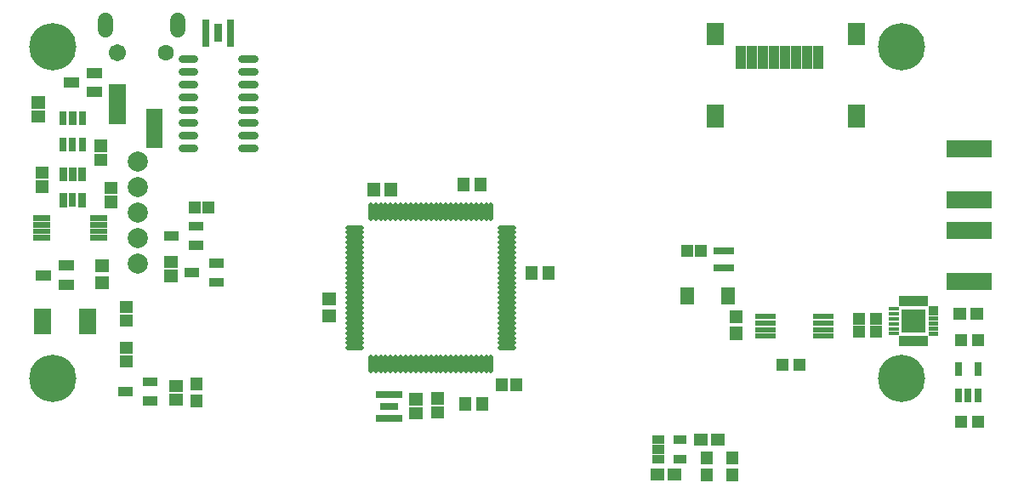
<source format=gbs>
G04 Layer: BottomSolderMaskLayer*
G04 EasyEDA v6.1.34, Wed, 08 May 2019 08:14:30 GMT*
G04 27d5e13cb4324ff6b1947c28adf9976f,88f35c52922c4fbc8d6ac25f651a04fd,10*
G04 Gerber Generator version 0.2*
G04 Scale: 100 percent, Rotated: No, Reflected: No *
G04 Dimensions in millimeters *
G04 leading zeros omitted , absolute positions ,3 integer and 3 decimal *
%FSLAX33Y33*%
%MOMM*%
G90*
G71D02*

%ADD98C,0.803199*%
%ADD99C,1.503197*%
%ADD113R,1.303020X1.203960*%
%ADD120C,2.003196*%
%ADD126C,1.603197*%
%ADD127C,1.703197*%
%ADD129R,1.203198X1.303198*%
%ADD141C,4.703191*%
%ADD142C,0.483210*%
%ADD145R,1.803400X2.603500*%
%ADD148R,0.767080X1.414780*%
%ADD151R,2.006600X0.609600*%
%ADD152R,2.003196X0.703199*%
%ADD153R,1.473200X1.673860*%
%ADD157R,1.303020X1.402080*%
%ADD161R,0.993140X0.462280*%
%ADD163R,0.754380X1.402080*%

%LPD*%
G54D98*
G01X25034Y47980D02*
G01X23834Y47980D01*
G01X25034Y46710D02*
G01X23834Y46710D01*
G01X25034Y45440D02*
G01X23834Y45440D01*
G01X25034Y44170D02*
G01X23834Y44170D01*
G01X25034Y42900D02*
G01X23834Y42900D01*
G01X25034Y41630D02*
G01X23834Y41630D01*
G01X25034Y40360D02*
G01X23834Y40360D01*
G01X25034Y39090D02*
G01X23834Y39090D01*
G01X19091Y47980D02*
G01X17891Y47980D01*
G01X19091Y46710D02*
G01X17891Y46710D01*
G01X19091Y45440D02*
G01X17891Y45440D01*
G01X19091Y44170D02*
G01X17891Y44170D01*
G01X19091Y42900D02*
G01X17891Y42900D01*
G01X19091Y41630D02*
G01X17891Y41630D01*
G01X19091Y40360D02*
G01X17891Y40360D01*
G01X19091Y39090D02*
G01X17891Y39090D01*
G54D142*
G01X48641Y33450D02*
G01X48641Y32081D01*
G01X48141Y33450D02*
G01X48141Y32081D01*
G01X47641Y33450D02*
G01X47641Y32081D01*
G01X47141Y33450D02*
G01X47141Y32081D01*
G01X46641Y33450D02*
G01X46641Y32081D01*
G01X46141Y33450D02*
G01X46141Y32081D01*
G01X45641Y33450D02*
G01X45641Y32081D01*
G01X45141Y33450D02*
G01X45141Y32081D01*
G01X44641Y33450D02*
G01X44641Y32081D01*
G01X44140Y33450D02*
G01X44140Y32081D01*
G01X43641Y33450D02*
G01X43641Y32081D01*
G01X43140Y33450D02*
G01X43140Y32081D01*
G01X42641Y33450D02*
G01X42641Y32081D01*
G01X42140Y33450D02*
G01X42140Y32081D01*
G01X41641Y33450D02*
G01X41641Y32081D01*
G01X41140Y33450D02*
G01X41140Y32081D01*
G01X40641Y33450D02*
G01X40641Y32081D01*
G01X40140Y33450D02*
G01X40140Y32081D01*
G01X39641Y33450D02*
G01X39641Y32081D01*
G01X39140Y33450D02*
G01X39140Y32081D01*
G01X38641Y33450D02*
G01X38641Y32081D01*
G01X38140Y33450D02*
G01X38140Y32081D01*
G01X37641Y33450D02*
G01X37641Y32081D01*
G01X37140Y33450D02*
G01X37140Y32081D01*
G01X36641Y33450D02*
G01X36641Y32081D01*
G01X34356Y31166D02*
G01X35726Y31166D01*
G01X34356Y30666D02*
G01X35726Y30666D01*
G01X34356Y30166D02*
G01X35726Y30166D01*
G01X34356Y29666D02*
G01X35726Y29666D01*
G01X34356Y29166D02*
G01X35726Y29166D01*
G01X34356Y28666D02*
G01X35726Y28666D01*
G01X34356Y28166D02*
G01X35726Y28166D01*
G01X34356Y27666D02*
G01X35726Y27666D01*
G01X34356Y27166D02*
G01X35726Y27166D01*
G01X34356Y26666D02*
G01X35726Y26666D01*
G01X34356Y26166D02*
G01X35726Y26166D01*
G01X34356Y25665D02*
G01X35726Y25665D01*
G01X34356Y25166D02*
G01X35726Y25166D01*
G01X34356Y24665D02*
G01X35726Y24665D01*
G01X34356Y24166D02*
G01X35726Y24166D01*
G01X34356Y23665D02*
G01X35726Y23665D01*
G01X34356Y23166D02*
G01X35726Y23166D01*
G01X34356Y22665D02*
G01X35726Y22665D01*
G01X34356Y22166D02*
G01X35726Y22166D01*
G01X34356Y21665D02*
G01X35726Y21665D01*
G01X34356Y21166D02*
G01X35726Y21166D01*
G01X34356Y20665D02*
G01X35726Y20665D01*
G01X34356Y20166D02*
G01X35726Y20166D01*
G01X34356Y19665D02*
G01X35726Y19665D01*
G01X34356Y19166D02*
G01X35726Y19166D01*
G01X36641Y18251D02*
G01X36641Y16881D01*
G01X37140Y18251D02*
G01X37140Y16881D01*
G01X37641Y18251D02*
G01X37641Y16881D01*
G01X38140Y18251D02*
G01X38140Y16881D01*
G01X38641Y18251D02*
G01X38641Y16881D01*
G01X39140Y18251D02*
G01X39140Y16881D01*
G01X39641Y18251D02*
G01X39641Y16881D01*
G01X40140Y18251D02*
G01X40140Y16881D01*
G01X40641Y18251D02*
G01X40641Y16881D01*
G01X41140Y18251D02*
G01X41140Y16881D01*
G01X41641Y18251D02*
G01X41641Y16881D01*
G01X42140Y18251D02*
G01X42140Y16881D01*
G01X42641Y18251D02*
G01X42641Y16881D01*
G01X43140Y18251D02*
G01X43140Y16881D01*
G01X43641Y18251D02*
G01X43641Y16881D01*
G01X44140Y18251D02*
G01X44140Y16881D01*
G01X44641Y18251D02*
G01X44641Y16881D01*
G01X45141Y18251D02*
G01X45141Y16881D01*
G01X45641Y18251D02*
G01X45641Y16881D01*
G01X46141Y18251D02*
G01X46141Y16881D01*
G01X46641Y18251D02*
G01X46641Y16881D01*
G01X47141Y18251D02*
G01X47141Y16881D01*
G01X47641Y18251D02*
G01X47641Y16881D01*
G01X48141Y18251D02*
G01X48141Y16881D01*
G01X48641Y18251D02*
G01X48641Y16881D01*
G01X49555Y19166D02*
G01X50925Y19166D01*
G01X49555Y19665D02*
G01X50925Y19665D01*
G01X49555Y20166D02*
G01X50925Y20166D01*
G01X49555Y20665D02*
G01X50925Y20665D01*
G01X49555Y21166D02*
G01X50925Y21166D01*
G01X49555Y21665D02*
G01X50925Y21665D01*
G01X49555Y22166D02*
G01X50925Y22166D01*
G01X49555Y22665D02*
G01X50925Y22665D01*
G01X49555Y23166D02*
G01X50925Y23166D01*
G01X49555Y23665D02*
G01X50925Y23665D01*
G01X49555Y24166D02*
G01X50925Y24166D01*
G01X49555Y24665D02*
G01X50925Y24665D01*
G01X49555Y25166D02*
G01X50925Y25166D01*
G01X49555Y25665D02*
G01X50925Y25665D01*
G01X49555Y26166D02*
G01X50925Y26166D01*
G01X49555Y26666D02*
G01X50925Y26666D01*
G01X49555Y27166D02*
G01X50925Y27166D01*
G01X49555Y27666D02*
G01X50925Y27666D01*
G01X49555Y28166D02*
G01X50925Y28166D01*
G01X49555Y28666D02*
G01X50925Y28666D01*
G01X49555Y29166D02*
G01X50925Y29166D01*
G01X49555Y29666D02*
G01X50925Y29666D01*
G01X49555Y30166D02*
G01X50925Y30166D01*
G01X49555Y30666D02*
G01X50925Y30666D01*
G01X49555Y31166D02*
G01X50925Y31166D01*
G54D99*
G01X10223Y50847D02*
G01X10223Y51747D01*
G01X17462Y50847D02*
G01X17462Y51747D01*
G36*
G01X22311Y49194D02*
G01X22311Y51897D01*
G01X23012Y51897D01*
G01X23012Y49194D01*
G01X22311Y49194D01*
G37*
G36*
G01X21112Y49644D02*
G01X21112Y51447D01*
G01X21813Y51447D01*
G01X21813Y49644D01*
G01X21112Y49644D01*
G37*
G36*
G01X19913Y49194D02*
G01X19913Y51897D01*
G01X20614Y51897D01*
G01X20614Y49194D01*
G01X19913Y49194D01*
G37*
G54D145*
G01X8473Y21842D03*
G01X3972Y21842D03*
G36*
G01X8407Y44135D02*
G01X8407Y45145D01*
G01X9880Y45145D01*
G01X9880Y44135D01*
G01X8407Y44135D01*
G37*
G36*
G01X6121Y45100D02*
G01X6121Y46111D01*
G01X7594Y46111D01*
G01X7594Y45100D01*
G01X6121Y45100D01*
G37*
G36*
G01X8407Y46040D02*
G01X8407Y47050D01*
G01X9880Y47050D01*
G01X9880Y46040D01*
G01X8407Y46040D01*
G37*
G36*
G01X5613Y24958D02*
G01X5613Y25968D01*
G01X7086Y25968D01*
G01X7086Y24958D01*
G01X5613Y24958D01*
G37*
G36*
G01X3327Y25923D02*
G01X3327Y26934D01*
G01X4800Y26934D01*
G01X4800Y25923D01*
G01X3327Y25923D01*
G37*
G36*
G01X5613Y26863D02*
G01X5613Y27873D01*
G01X7086Y27873D01*
G01X7086Y26863D01*
G01X5613Y26863D01*
G37*
G36*
G01X3078Y29862D02*
G01X3078Y30416D01*
G01X4732Y30416D01*
G01X4732Y29862D01*
G01X3078Y29862D01*
G37*
G36*
G01X3078Y30513D02*
G01X3078Y31066D01*
G01X4732Y31066D01*
G01X4732Y30513D01*
G01X3078Y30513D01*
G37*
G36*
G01X3078Y31163D02*
G01X3078Y31716D01*
G01X4732Y31716D01*
G01X4732Y31163D01*
G01X3078Y31163D01*
G37*
G36*
G01X3078Y31813D02*
G01X3078Y32367D01*
G01X4732Y32367D01*
G01X4732Y31813D01*
G01X3078Y31813D01*
G37*
G36*
G01X8729Y31813D02*
G01X8729Y32367D01*
G01X10383Y32367D01*
G01X10383Y31813D01*
G01X8729Y31813D01*
G37*
G36*
G01X8729Y31163D02*
G01X8729Y31716D01*
G01X10383Y31716D01*
G01X10383Y31163D01*
G01X8729Y31163D01*
G37*
G36*
G01X8729Y30513D02*
G01X8729Y31066D01*
G01X10383Y31066D01*
G01X10383Y30513D01*
G01X8729Y30513D01*
G37*
G36*
G01X8729Y29862D02*
G01X8729Y30416D01*
G01X10383Y30416D01*
G01X10383Y29862D01*
G01X8729Y29862D01*
G37*
G36*
G01X5661Y35768D02*
G01X5661Y37183D01*
G01X6428Y37183D01*
G01X6428Y35768D01*
G01X5661Y35768D01*
G37*
G36*
G01X6601Y35768D02*
G01X6601Y37183D01*
G01X7368Y37183D01*
G01X7368Y35768D01*
G01X6601Y35768D01*
G37*
G36*
G01X7541Y35768D02*
G01X7541Y37183D01*
G01X8308Y37183D01*
G01X8308Y35768D01*
G01X7541Y35768D01*
G37*
G36*
G01X7541Y33177D02*
G01X7541Y34592D01*
G01X8308Y34592D01*
G01X8308Y33177D01*
G01X7541Y33177D01*
G37*
G36*
G01X5661Y33177D02*
G01X5661Y34592D01*
G01X6428Y34592D01*
G01X6428Y33177D01*
G01X5661Y33177D01*
G37*
G54D148*
G01X6985Y33884D03*
G36*
G01X9204Y25003D02*
G01X9204Y26306D01*
G01X10607Y26306D01*
G01X10607Y25003D01*
G01X9204Y25003D01*
G37*
G36*
G01X9204Y26703D02*
G01X9204Y28006D01*
G01X10607Y28006D01*
G01X10607Y26703D01*
G01X9204Y26703D01*
G37*
G36*
G01X10142Y34516D02*
G01X10142Y35717D01*
G01X11447Y35717D01*
G01X11447Y34516D01*
G01X10142Y34516D01*
G37*
G36*
G01X10142Y33116D02*
G01X10142Y34317D01*
G01X11447Y34317D01*
G01X11447Y33116D01*
G01X10142Y33116D01*
G37*
G36*
G01X3284Y36040D02*
G01X3284Y37241D01*
G01X4589Y37241D01*
G01X4589Y36040D01*
G01X3284Y36040D01*
G37*
G36*
G01X3284Y34640D02*
G01X3284Y35841D01*
G01X4589Y35841D01*
G01X4589Y34640D01*
G01X3284Y34640D01*
G37*
G01X7924Y39470D03*
G01X6985Y39470D03*
G01X6045Y39470D03*
G01X6045Y42061D03*
G01X7924Y42061D03*
G36*
G01X6601Y41353D02*
G01X6601Y42768D01*
G01X7368Y42768D01*
G01X7368Y41353D01*
G01X6601Y41353D01*
G37*
G36*
G01X2903Y43025D02*
G01X2903Y44226D01*
G01X4208Y44226D01*
G01X4208Y43025D01*
G01X2903Y43025D01*
G37*
G36*
G01X2903Y41625D02*
G01X2903Y42826D01*
G01X4208Y42826D01*
G01X4208Y41625D01*
G01X2903Y41625D01*
G37*
G36*
G01X9126Y37307D02*
G01X9126Y38508D01*
G01X10431Y38508D01*
G01X10431Y37307D01*
G01X9126Y37307D01*
G37*
G36*
G01X9126Y38707D02*
G01X9126Y39908D01*
G01X10431Y39908D01*
G01X10431Y38707D01*
G01X9126Y38707D01*
G37*
G36*
G01X14300Y41643D02*
G01X14300Y42989D01*
G01X15925Y42989D01*
G01X15925Y41643D01*
G01X14300Y41643D01*
G37*
G36*
G01X14300Y40347D02*
G01X14300Y41694D01*
G01X15925Y41694D01*
G01X15925Y40347D01*
G01X14300Y40347D01*
G37*
G36*
G01X14300Y39052D02*
G01X14300Y40398D01*
G01X15925Y40398D01*
G01X15925Y39052D01*
G01X14300Y39052D01*
G37*
G36*
G01X10617Y44056D02*
G01X10617Y45402D01*
G01X12242Y45402D01*
G01X12242Y44056D01*
G01X10617Y44056D01*
G37*
G36*
G01X10617Y42760D02*
G01X10617Y44107D01*
G01X12242Y44107D01*
G01X12242Y42760D01*
G01X10617Y42760D01*
G37*
G36*
G01X10617Y41465D02*
G01X10617Y42811D01*
G01X12242Y42811D01*
G01X12242Y41465D01*
G01X10617Y41465D01*
G37*
G54D151*
G01X81711Y22301D03*
G01X81711Y21640D03*
G01X81711Y21005D03*
G01X81711Y20345D03*
G01X75920Y20345D03*
G01X75920Y21005D03*
G01X75920Y21640D03*
G01X75920Y22301D03*
G54D113*
G01X79322Y17526D03*
G01X77646Y17526D03*
G54D152*
G01X71813Y28865D03*
G01X71814Y27166D03*
G54D153*
G01X72263Y24382D03*
G01X68148Y24382D03*
G36*
G01X72423Y21648D02*
G01X72423Y22951D01*
G01X73626Y22951D01*
G01X73626Y21648D01*
G01X72423Y21648D01*
G37*
G36*
G01X72423Y19972D02*
G01X72423Y21275D01*
G01X73626Y21275D01*
G01X73626Y19972D01*
G01X72423Y19972D01*
G37*
G54D129*
G01X69533Y28829D03*
G01X68134Y28829D03*
G36*
G01X80678Y47000D02*
G01X80678Y49212D01*
G01X81681Y49212D01*
G01X81681Y47000D01*
G01X80678Y47000D01*
G37*
G36*
G01X79585Y47000D02*
G01X79585Y49212D01*
G01X80589Y49212D01*
G01X80589Y47000D01*
G01X79585Y47000D01*
G37*
G36*
G01X78468Y47000D02*
G01X78468Y49212D01*
G01X79471Y49212D01*
G01X79471Y47000D01*
G01X78468Y47000D01*
G37*
G36*
G01X77376Y47000D02*
G01X77376Y49212D01*
G01X78379Y49212D01*
G01X78379Y47000D01*
G01X77376Y47000D01*
G37*
G36*
G01X76283Y47000D02*
G01X76283Y49212D01*
G01X77287Y49212D01*
G01X77287Y47000D01*
G01X76283Y47000D01*
G37*
G36*
G01X75166Y47000D02*
G01X75166Y49212D01*
G01X76169Y49212D01*
G01X76169Y47000D01*
G01X75166Y47000D01*
G37*
G36*
G01X74074Y47000D02*
G01X74074Y49212D01*
G01X75077Y49212D01*
G01X75077Y47000D01*
G01X74074Y47000D01*
G37*
G36*
G01X72981Y47000D02*
G01X72981Y49212D01*
G01X73985Y49212D01*
G01X73985Y47000D01*
G01X72981Y47000D01*
G37*
G36*
G01X84162Y49342D02*
G01X84162Y51544D01*
G01X85816Y51544D01*
G01X85816Y49342D01*
G01X84162Y49342D01*
G37*
G36*
G01X70142Y49342D02*
G01X70142Y51544D01*
G01X71795Y51544D01*
G01X71795Y49342D01*
G01X70142Y49342D01*
G37*
G36*
G01X84162Y41163D02*
G01X84162Y43365D01*
G01X85816Y43365D01*
G01X85816Y41163D01*
G01X84162Y41163D01*
G37*
G36*
G01X70142Y41163D02*
G01X70142Y43365D01*
G01X71795Y43365D01*
G01X71795Y41163D01*
G01X70142Y41163D01*
G37*
G36*
G01X64551Y6002D02*
G01X64551Y7205D01*
G01X65854Y7205D01*
G01X65854Y6002D01*
G01X64551Y6002D01*
G37*
G36*
G01X66227Y6002D02*
G01X66227Y7205D01*
G01X67530Y7205D01*
G01X67530Y6002D01*
G01X66227Y6002D01*
G37*
G36*
G01X64645Y7701D02*
G01X64645Y8554D01*
G01X65910Y8554D01*
G01X65910Y7701D01*
G01X64645Y7701D01*
G37*
G36*
G01X64645Y8651D02*
G01X64645Y9504D01*
G01X65910Y9504D01*
G01X65910Y8651D01*
G01X64645Y8651D01*
G37*
G36*
G01X64645Y9601D02*
G01X64645Y10454D01*
G01X65910Y10454D01*
G01X65910Y9601D01*
G01X64645Y9601D01*
G37*
G36*
G01X66845Y9601D02*
G01X66845Y10454D01*
G01X68110Y10454D01*
G01X68110Y9601D01*
G01X66845Y9601D01*
G37*
G36*
G01X66845Y7701D02*
G01X66845Y8554D01*
G01X68110Y8554D01*
G01X68110Y7701D01*
G01X66845Y7701D01*
G37*
G36*
G01X68869Y9431D02*
G01X68869Y10634D01*
G01X70172Y10634D01*
G01X70172Y9431D01*
G01X68869Y9431D01*
G37*
G36*
G01X70545Y9431D02*
G01X70545Y10634D01*
G01X71848Y10634D01*
G01X71848Y9431D01*
G01X70545Y9431D01*
G37*
G36*
G01X69502Y7551D02*
G01X69502Y8854D01*
G01X70705Y8854D01*
G01X70705Y7551D01*
G01X69502Y7551D01*
G37*
G36*
G01X69502Y5875D02*
G01X69502Y7178D01*
G01X70705Y7178D01*
G01X70705Y5875D01*
G01X69502Y5875D01*
G37*
G36*
G01X72042Y7551D02*
G01X72042Y8854D01*
G01X73245Y8854D01*
G01X73245Y7551D01*
G01X72042Y7551D01*
G37*
G36*
G01X72042Y5875D02*
G01X72042Y7178D01*
G01X73245Y7178D01*
G01X73245Y5875D01*
G01X72042Y5875D01*
G37*
G54D157*
G01X47623Y35433D03*
G01X45924Y35433D03*
G01X47750Y13589D03*
G01X46051Y13589D03*
G01X54354Y26670D03*
G01X52655Y26670D03*
G36*
G01X31810Y21701D02*
G01X31810Y23004D01*
G01X33213Y23004D01*
G01X33213Y21701D01*
G01X31810Y21701D01*
G37*
G36*
G01X31810Y23401D02*
G01X31810Y24704D01*
G01X33213Y24704D01*
G01X33213Y23401D01*
G01X31810Y23401D01*
G37*
G36*
G01X36306Y34223D02*
G01X36306Y35626D01*
G01X37609Y35626D01*
G01X37609Y34223D01*
G01X36306Y34223D01*
G37*
G36*
G01X38006Y34223D02*
G01X38006Y35626D01*
G01X39309Y35626D01*
G01X39309Y34223D01*
G01X38006Y34223D01*
G37*
G36*
G01X40495Y12072D02*
G01X40495Y13274D01*
G01X41800Y13274D01*
G01X41800Y12072D01*
G01X40495Y12072D01*
G37*
G36*
G01X40495Y13472D02*
G01X40495Y14673D01*
G01X41800Y14673D01*
G01X41800Y13472D01*
G01X40495Y13472D01*
G37*
G36*
G01X49118Y14841D02*
G01X49118Y16146D01*
G01X50319Y16146D01*
G01X50319Y14841D01*
G01X49118Y14841D01*
G37*
G36*
G01X50518Y14841D02*
G01X50518Y16146D01*
G01X51719Y16146D01*
G01X51719Y14841D01*
G01X50518Y14841D01*
G37*
G36*
G01X42654Y12161D02*
G01X42654Y13362D01*
G01X43959Y13362D01*
G01X43959Y12161D01*
G01X42654Y12161D01*
G37*
G36*
G01X42654Y13561D02*
G01X42654Y14762D01*
G01X43959Y14762D01*
G01X43959Y13561D01*
G01X42654Y13561D01*
G37*
G36*
G01X37129Y14183D02*
G01X37129Y14884D01*
G01X39832Y14884D01*
G01X39832Y14183D01*
G01X37129Y14183D01*
G37*
G36*
G01X37579Y12984D02*
G01X37579Y13685D01*
G01X39382Y13685D01*
G01X39382Y12984D01*
G01X37579Y12984D01*
G37*
G36*
G01X37129Y11785D02*
G01X37129Y12486D01*
G01X39832Y12486D01*
G01X39832Y11785D01*
G01X37129Y11785D01*
G37*
G36*
G01X91691Y19364D02*
G01X91691Y20358D01*
G01X92153Y20358D01*
G01X92153Y19364D01*
G01X91691Y19364D01*
G37*
G36*
G01X91208Y19364D02*
G01X91208Y20358D01*
G01X91671Y20358D01*
G01X91671Y19364D01*
G01X91208Y19364D01*
G37*
G36*
G01X90700Y19364D02*
G01X90700Y20358D01*
G01X91163Y20358D01*
G01X91163Y19364D01*
G01X90700Y19364D01*
G37*
G36*
G01X90192Y19364D02*
G01X90192Y20358D01*
G01X90655Y20358D01*
G01X90655Y19364D01*
G01X90192Y19364D01*
G37*
G36*
G01X89684Y19364D02*
G01X89684Y20358D01*
G01X90147Y20358D01*
G01X90147Y19364D01*
G01X89684Y19364D01*
G37*
G36*
G01X89202Y19364D02*
G01X89202Y20358D01*
G01X89664Y20358D01*
G01X89664Y19364D01*
G01X89202Y19364D01*
G37*
G54D161*
G01X88695Y20599D03*
G01X88695Y21082D03*
G01X88695Y21590D03*
G01X88695Y22098D03*
G01X88695Y22606D03*
G01X88695Y23088D03*
G36*
G01X89202Y23327D02*
G01X89202Y24320D01*
G01X89664Y24320D01*
G01X89664Y23327D01*
G01X89202Y23327D01*
G37*
G36*
G01X89684Y23327D02*
G01X89684Y24320D01*
G01X90147Y24320D01*
G01X90147Y23327D01*
G01X89684Y23327D01*
G37*
G36*
G01X90192Y23327D02*
G01X90192Y24320D01*
G01X90655Y24320D01*
G01X90655Y23327D01*
G01X90192Y23327D01*
G37*
G36*
G01X90700Y23327D02*
G01X90700Y24320D01*
G01X91163Y24320D01*
G01X91163Y23327D01*
G01X90700Y23327D01*
G37*
G36*
G01X91208Y23327D02*
G01X91208Y24320D01*
G01X91671Y24320D01*
G01X91671Y23327D01*
G01X91208Y23327D01*
G37*
G36*
G01X91691Y23327D02*
G01X91691Y24320D01*
G01X92153Y24320D01*
G01X92153Y23327D01*
G01X91691Y23327D01*
G37*
G36*
G01X92161Y22857D02*
G01X92161Y23319D01*
G01X93154Y23319D01*
G01X93154Y22857D01*
G01X92161Y22857D01*
G37*
G36*
G01X92161Y22374D02*
G01X92161Y22837D01*
G01X93154Y22837D01*
G01X93154Y22374D01*
G01X92161Y22374D01*
G37*
G36*
G01X92161Y21866D02*
G01X92161Y22329D01*
G01X93154Y22329D01*
G01X93154Y21866D01*
G01X92161Y21866D01*
G37*
G36*
G01X92161Y21358D02*
G01X92161Y21821D01*
G01X93154Y21821D01*
G01X93154Y21358D01*
G01X92161Y21358D01*
G37*
G36*
G01X92161Y20850D02*
G01X92161Y21313D01*
G01X93154Y21313D01*
G01X93154Y20850D01*
G01X92161Y20850D01*
G37*
G36*
G01X92161Y20368D02*
G01X92161Y20830D01*
G01X93154Y20830D01*
G01X93154Y20368D01*
G01X92161Y20368D01*
G37*
G36*
G01X89501Y20716D02*
G01X89501Y22969D01*
G01X91854Y22969D01*
G01X91854Y20716D01*
G01X89501Y20716D01*
G37*
G54D113*
G01X86942Y22098D03*
G01X85266Y22098D03*
G36*
G01X94650Y22004D02*
G01X94650Y23207D01*
G01X95953Y23207D01*
G01X95953Y22004D01*
G01X94650Y22004D01*
G37*
G36*
G01X96326Y22004D02*
G01X96326Y23207D01*
G01X97629Y23207D01*
G01X97629Y22004D01*
G01X96326Y22004D01*
G37*
G01X86942Y20828D03*
G01X85266Y20828D03*
G54D163*
G01X97077Y14452D03*
G01X96137Y14452D03*
G01X95197Y14452D03*
G01X95197Y17043D03*
G01X97077Y17043D03*
G54D113*
G01X97102Y11811D03*
G01X95426Y11811D03*
G01X97102Y19939D03*
G01X95426Y19939D03*
G36*
G01X11666Y18602D02*
G01X11666Y19804D01*
G01X12971Y19804D01*
G01X12971Y18602D01*
G01X11666Y18602D01*
G37*
G36*
G01X11666Y17203D02*
G01X11666Y18404D01*
G01X12971Y18404D01*
G01X12971Y17203D01*
G01X11666Y17203D01*
G37*
G36*
G01X11666Y22666D02*
G01X11666Y23868D01*
G01X12971Y23868D01*
G01X12971Y22666D01*
G01X11666Y22666D01*
G37*
G36*
G01X11666Y21267D02*
G01X11666Y22468D01*
G01X12971Y22468D01*
G01X12971Y21267D01*
G01X11666Y21267D01*
G37*
G36*
G01X11485Y14406D02*
G01X11485Y15311D01*
G01X12938Y15311D01*
G01X12938Y14406D01*
G01X11485Y14406D01*
G37*
G36*
G01X13985Y13456D02*
G01X13985Y14361D01*
G01X15438Y14361D01*
G01X15438Y13456D01*
G01X13985Y13456D01*
G37*
G36*
G01X13985Y15356D02*
G01X13985Y16261D01*
G01X15438Y16261D01*
G01X15438Y15356D01*
G01X13985Y15356D01*
G37*
G36*
G01X16619Y14792D02*
G01X16619Y15994D01*
G01X17924Y15994D01*
G01X17924Y14792D01*
G01X16619Y14792D01*
G37*
G36*
G01X16619Y13393D02*
G01X16619Y14594D01*
G01X17924Y14594D01*
G01X17924Y13393D01*
G01X16619Y13393D01*
G37*
G36*
G01X18702Y14917D02*
G01X18702Y16220D01*
G01X19905Y16220D01*
G01X19905Y14917D01*
G01X18702Y14917D01*
G37*
G36*
G01X18702Y13241D02*
G01X18702Y14544D01*
G01X19905Y14544D01*
G01X19905Y13241D01*
G01X18702Y13241D01*
G37*
G54D129*
G01X20511Y33147D03*
G01X19112Y33147D03*
G36*
G01X18089Y26217D02*
G01X18089Y27122D01*
G01X19542Y27122D01*
G01X19542Y26217D01*
G01X18089Y26217D01*
G37*
G36*
G01X20589Y25267D02*
G01X20589Y26172D01*
G01X22042Y26172D01*
G01X22042Y25267D01*
G01X20589Y25267D01*
G37*
G36*
G01X20589Y27167D02*
G01X20589Y28072D01*
G01X22042Y28072D01*
G01X22042Y27167D01*
G01X20589Y27167D01*
G37*
G36*
G01X16057Y29900D02*
G01X16057Y30805D01*
G01X17510Y30805D01*
G01X17510Y29900D01*
G01X16057Y29900D01*
G37*
G36*
G01X18557Y28950D02*
G01X18557Y29855D01*
G01X20010Y29855D01*
G01X20010Y28950D01*
G01X18557Y28950D01*
G37*
G36*
G01X18557Y30850D02*
G01X18557Y31755D01*
G01X20010Y31755D01*
G01X20010Y30850D01*
G01X18557Y30850D01*
G37*
G36*
G01X16111Y25750D02*
G01X16111Y26951D01*
G01X17416Y26951D01*
G01X17416Y25750D01*
G01X16111Y25750D01*
G37*
G36*
G01X16111Y27150D02*
G01X16111Y28351D01*
G01X17416Y28351D01*
G01X17416Y27150D01*
G01X16111Y27150D01*
G37*
G36*
G01X93939Y29997D02*
G01X93939Y31724D01*
G01X98460Y31724D01*
G01X98460Y29997D01*
G01X93939Y29997D01*
G37*
G36*
G01X93939Y24917D02*
G01X93939Y26644D01*
G01X98460Y26644D01*
G01X98460Y24917D01*
G01X93939Y24917D01*
G37*
G54D120*
G01X13462Y27559D03*
G01X13462Y30099D03*
G01X13462Y32639D03*
G01X13462Y35179D03*
G01X13462Y37719D03*
G54D126*
G01X16253Y48597D03*
G54D127*
G01X11412Y48597D03*
G36*
G01X93939Y38125D02*
G01X93939Y39852D01*
G01X98460Y39852D01*
G01X98460Y38125D01*
G01X93939Y38125D01*
G37*
G36*
G01X93939Y33045D02*
G01X93939Y34772D01*
G01X98460Y34772D01*
G01X98460Y33045D01*
G01X93939Y33045D01*
G37*
G54D141*
G01X89520Y49123D03*
G01X89520Y16123D03*
G01X5020Y16123D03*
G01X5020Y49123D03*
M00*
M02*

</source>
